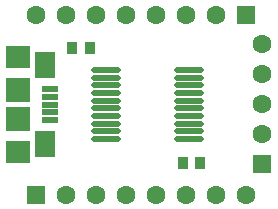
<source format=gts>
G04*
G04 #@! TF.GenerationSoftware,Altium Limited,Altium Designer,22.4.2 (48)*
G04*
G04 Layer_Color=8388736*
%FSLAX25Y25*%
%MOIN*%
G70*
G04*
G04 #@! TF.SameCoordinates,F7E3B1D8-2F66-413B-9CB6-F982D94F727F*
G04*
G04*
G04 #@! TF.FilePolarity,Negative*
G04*
G01*
G75*
%ADD20R,0.03543X0.04134*%
%ADD21O,0.09843X0.02165*%
%ADD22R,0.07874X0.07874*%
%ADD23R,0.05709X0.01968*%
%ADD24R,0.06693X0.08661*%
%ADD25R,0.07874X0.07480*%
%ADD26R,0.06299X0.06299*%
%ADD27C,0.06299*%
%ADD28R,0.06299X0.06299*%
D20*
X66535Y17815D02*
D03*
X60630D02*
D03*
X23622Y56102D02*
D03*
X29724D02*
D03*
D21*
X35039Y48917D02*
D03*
Y46358D02*
D03*
Y43799D02*
D03*
Y41240D02*
D03*
Y38681D02*
D03*
Y36122D02*
D03*
Y33563D02*
D03*
Y31004D02*
D03*
Y28445D02*
D03*
Y25886D02*
D03*
X62598Y48917D02*
D03*
Y46358D02*
D03*
Y43799D02*
D03*
Y41240D02*
D03*
Y38681D02*
D03*
Y36122D02*
D03*
Y33563D02*
D03*
Y31004D02*
D03*
Y28445D02*
D03*
Y25886D02*
D03*
D22*
X5906Y32677D02*
D03*
Y42126D02*
D03*
D23*
X16535Y42520D02*
D03*
Y37402D02*
D03*
Y34843D02*
D03*
Y32283D02*
D03*
Y39961D02*
D03*
D24*
X14764Y50591D02*
D03*
Y24213D02*
D03*
D25*
X5906Y53150D02*
D03*
Y21654D02*
D03*
D26*
X11811Y7402D02*
D03*
X81811Y67402D02*
D03*
D27*
X21811Y7402D02*
D03*
X31811D02*
D03*
X41811D02*
D03*
X51811D02*
D03*
X61811D02*
D03*
X71811D02*
D03*
X81811D02*
D03*
X87087Y27559D02*
D03*
Y37559D02*
D03*
Y47559D02*
D03*
Y57559D02*
D03*
X11811Y67402D02*
D03*
X21811D02*
D03*
X31811D02*
D03*
X41811D02*
D03*
X51811D02*
D03*
X61811D02*
D03*
X71811D02*
D03*
D28*
X87087Y17559D02*
D03*
M02*

</source>
